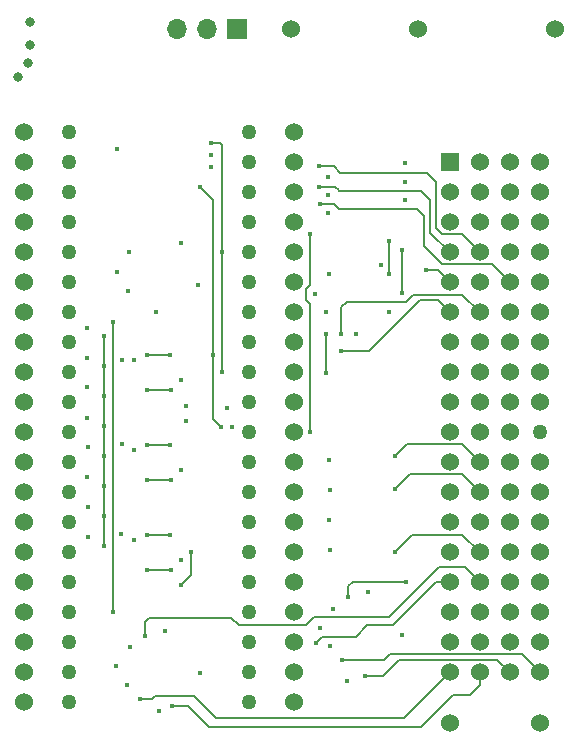
<source format=gbr>
%TF.GenerationSoftware,KiCad,Pcbnew,7.0.9*%
%TF.CreationDate,2024-10-20T15:28:43-06:00*%
%TF.ProjectId,Prototype2,50726f74-6f74-4797-9065-322e6b696361,rev?*%
%TF.SameCoordinates,Original*%
%TF.FileFunction,Copper,L4,Bot*%
%TF.FilePolarity,Positive*%
%FSLAX46Y46*%
G04 Gerber Fmt 4.6, Leading zero omitted, Abs format (unit mm)*
G04 Created by KiCad (PCBNEW 7.0.9) date 2024-10-20 15:28:43*
%MOMM*%
%LPD*%
G01*
G04 APERTURE LIST*
%TA.AperFunction,ComponentPad*%
%ADD10C,1.524000*%
%TD*%
%TA.AperFunction,ComponentPad*%
%ADD11R,1.700000X1.700000*%
%TD*%
%TA.AperFunction,ComponentPad*%
%ADD12O,1.700000X1.700000*%
%TD*%
%TA.AperFunction,ComponentPad*%
%ADD13R,1.524000X1.524000*%
%TD*%
%TA.AperFunction,ComponentPad*%
%ADD14C,1.270000*%
%TD*%
%TA.AperFunction,ViaPad*%
%ADD15C,0.400000*%
%TD*%
%TA.AperFunction,ViaPad*%
%ADD16C,0.800000*%
%TD*%
%TA.AperFunction,Conductor*%
%ADD17C,0.203200*%
%TD*%
G04 APERTURE END LIST*
D10*
%TO.P,TP28,1,1*%
%TO.N,~{CS0}*%
X180086000Y-93980000D03*
%TD*%
%TO.P,TP10,1,1*%
%TO.N,P5*%
X157226000Y-93980000D03*
%TD*%
%TO.P,TP19,1,1*%
%TO.N,~{K2}*%
X180086000Y-116840000D03*
%TD*%
%TO.P,TP42,1,1*%
%TO.N,GND*%
X200914000Y-118618000D03*
%TD*%
%TO.P,TP6,1,1*%
%TO.N,PHI2*%
X157226000Y-83820000D03*
%TD*%
%TO.P,TP40,1,1*%
%TO.N,GND*%
X202184000Y-59817000D03*
%TD*%
%TO.P,TP2,1,1*%
%TO.N,D4*%
X157226000Y-73660000D03*
%TD*%
%TO.P,TP34,1,1*%
%TO.N,A0*%
X180086000Y-78740000D03*
%TD*%
%TO.P,TP14,1,1*%
%TO.N,P1*%
X157226000Y-104140000D03*
%TD*%
%TO.P,TP31,1,1*%
%TO.N,A3*%
X180086000Y-86360000D03*
%TD*%
%TO.P,TP45,1,1*%
%TO.N,+3.3V*%
X193294000Y-118618000D03*
%TD*%
%TO.P,TP7,1,1*%
%TO.N,P6*%
X157226000Y-86360000D03*
%TD*%
%TO.P,TP26,1,1*%
%TO.N,SOD*%
X180086000Y-99060000D03*
%TD*%
%TO.P,TP41,1,1*%
%TO.N,GND*%
X157226000Y-68580000D03*
%TD*%
%TO.P,TP9,1,1*%
%TO.N,P4*%
X157226000Y-91440000D03*
%TD*%
%TO.P,TP16,1,1*%
%TO.N,~{K5}*%
X157226000Y-111760000D03*
%TD*%
D11*
%TO.P,J3,1,Pin_1*%
%TO.N,3V3_A*%
X175260000Y-59817000D03*
D12*
%TO.P,J3,2,Pin_2*%
%TO.N,+3.3V*%
X172720000Y-59817000D03*
%TO.P,J3,3,Pin_3*%
%TO.N,3V3_B*%
X170180000Y-59817000D03*
%TD*%
D10*
%TO.P,TP29,1,1*%
%TO.N,CS1*%
X180086000Y-91440000D03*
%TD*%
%TO.P,TP44,1,1*%
%TO.N,+3.3V*%
X179832000Y-59817000D03*
%TD*%
%TO.P,TP21,1,1*%
%TO.N,~{K0}*%
X180086000Y-111760000D03*
%TD*%
%TO.P,TP15,1,1*%
%TO.N,~{KR2}*%
X157226000Y-106680000D03*
%TD*%
%TO.P,TP24,1,1*%
%TO.N,BCLK*%
X180086000Y-104140000D03*
%TD*%
%TO.P,TP36,1,1*%
%TO.N,D0*%
X180086000Y-73660000D03*
%TD*%
%TO.P,TP8,1,1*%
%TO.N,P7*%
X157226000Y-88900000D03*
%TD*%
%TO.P,TP22,1,1*%
%TO.N,SID*%
X180086000Y-109220000D03*
%TD*%
%TO.P,TP13,1,1*%
%TO.N,P0*%
X157226000Y-101600000D03*
%TD*%
%TO.P,TP11,1,1*%
%TO.N,P2*%
X157226000Y-96520000D03*
%TD*%
%TO.P,TP35,1,1*%
%TO.N,AUDIO*%
X180086000Y-76200000D03*
%TD*%
%TO.P,TP18,1,1*%
%TO.N,~{K3}*%
X157226000Y-116840000D03*
%TD*%
%TO.P,TP17,1,1*%
%TO.N,~{K4}*%
X157226000Y-114300000D03*
%TD*%
%TO.P,TP38,1,1*%
%TO.N,D2*%
X180086000Y-68580000D03*
%TD*%
%TO.P,TP25,1,1*%
%TO.N,OCLK*%
X180086000Y-101600000D03*
%TD*%
%TO.P,TP32,1,1*%
%TO.N,A2*%
X180086000Y-83820000D03*
%TD*%
%TO.P,TP20,1,1*%
%TO.N,~{K1}*%
X180086000Y-114300000D03*
%TD*%
%TO.P,TP12,1,1*%
%TO.N,P3*%
X157226000Y-99060000D03*
%TD*%
%TO.P,TP37,1,1*%
%TO.N,D1*%
X180086000Y-71120000D03*
%TD*%
D13*
%TO.P,J1,1,5V1*%
%TO.N,+5V*%
X193294000Y-71120000D03*
D10*
%TO.P,J1,2,G1*%
%TO.N,GND*%
X195834000Y-71120000D03*
%TO.P,J1,3,3V1*%
%TO.N,3V3_A*%
X198374000Y-71120000D03*
%TO.P,J1,4,G2*%
%TO.N,GND*%
X200914000Y-71120000D03*
%TO.P,J1,5,A48*%
%TO.N,_D2*%
X193294000Y-73660000D03*
%TO.P,J1,6,A49*%
%TO.N,_D0*%
X195834000Y-73660000D03*
%TO.P,J1,7,A3*%
%TO.N,_D6*%
X198374000Y-73660000D03*
%TO.P,J1,8,A2*%
%TO.N,_D4*%
X200914000Y-73660000D03*
%TO.P,J1,9,A45*%
%TO.N,_D1*%
X193294000Y-76200000D03*
%TO.P,J1,10,A46*%
%TO.N,_D7*%
X195834000Y-76200000D03*
%TO.P,J1,11,A6*%
%TO.N,_D5*%
X198374000Y-76200000D03*
%TO.P,J1,12,A5*%
%TO.N,_D3*%
X200914000Y-76200000D03*
%TO.P,J1,13,A42*%
%TO.N,_AUDIO3*%
X193294000Y-78740000D03*
%TO.P,J1,14,A43*%
%TO.N,_AUDIO1*%
X195834000Y-78740000D03*
%TO.P,J1,15,A9*%
%TO.N,_AUDIO2*%
X198374000Y-78740000D03*
%TO.P,J1,16,A8*%
%TO.N,_AUDIO0*%
X200914000Y-78740000D03*
%TO.P,J1,17,A39*%
%TO.N,_A1*%
X193294000Y-81280000D03*
%TO.P,J1,18,A40*%
%TO.N,_A0*%
X195834000Y-81280000D03*
%TO.P,J1,19,A12*%
%TO.N,_AUDIO5*%
X198374000Y-81280000D03*
%TO.P,J1,20,A11*%
%TO.N,_AUDIO4*%
X200914000Y-81280000D03*
%TO.P,J1,21,A36*%
%TO.N,~{_EN}*%
X193294000Y-83820000D03*
%TO.P,J1,22,A37*%
%TO.N,_A2*%
X195834000Y-83820000D03*
%TO.P,J1,23,A15*%
%TO.N,_A3*%
X198374000Y-83820000D03*
%TO.P,J1,24,A14*%
%TO.N,_R{slash}W*%
X200914000Y-83820000D03*
%TO.P,J1,25,A33*%
%TO.N,unconnected-(J1-A33-Pad25)*%
X193294000Y-86360000D03*
%TO.P,J1,26,A34*%
%TO.N,unconnected-(J1-A34-Pad26)*%
X195834000Y-86360000D03*
%TO.P,J1,27,A18*%
%TO.N,unconnected-(J1-A18-Pad27)*%
X198374000Y-86360000D03*
%TO.P,J1,28,A17*%
%TO.N,unconnected-(J1-A17-Pad28)*%
X200914000Y-86360000D03*
%TO.P,J1,29,A30*%
%TO.N,_P4*%
X193294000Y-88900000D03*
%TO.P,J1,30,A31*%
%TO.N,_P6*%
X195834000Y-88900000D03*
%TO.P,J1,31,A21*%
%TO.N,_SID*%
X198374000Y-88900000D03*
%TO.P,J1,32,A20*%
%TO.N,_P7*%
X200914000Y-88900000D03*
%TO.P,J1,33,A27*%
%TO.N,unconnected-(J1-A27-Pad33)*%
X193294000Y-91440000D03*
%TO.P,J1,34,A28*%
%TO.N,unconnected-(J1-A28-Pad34)*%
X195834000Y-91440000D03*
%TO.P,J1,35,A24*%
%TO.N,unconnected-(J1-A24-Pad35)*%
X198374000Y-91440000D03*
%TO.P,J1,36,A23*%
%TO.N,unconnected-(J1-A23-Pad36)*%
X200914000Y-91440000D03*
%TO.P,J1,37,5V2*%
%TO.N,+5V*%
X193294000Y-93980000D03*
%TO.P,J1,38,G3*%
%TO.N,GND*%
X195834000Y-93980000D03*
%TO.P,J1,39,3V2*%
%TO.N,3V3_A*%
X198374000Y-93980000D03*
D14*
%TO.P,J1,40,G4*%
%TO.N,GND*%
X200914000Y-93980000D03*
D10*
%TO.P,J1,41,B48*%
%TO.N,_~{IRQ}*%
X193294000Y-96520000D03*
%TO.P,J1,42,B49*%
%TO.N,_P3*%
X195834000Y-96520000D03*
%TO.P,J1,43,B3*%
%TO.N,_P2*%
X198374000Y-96520000D03*
%TO.P,J1,44,B2*%
%TO.N,_PHI2*%
X200914000Y-96520000D03*
%TO.P,J1,45,B45*%
%TO.N,_OCLK*%
X193294000Y-99060000D03*
%TO.P,J1,46,B46*%
%TO.N,_SOD*%
X195834000Y-99060000D03*
%TO.P,J1,47,B6*%
%TO.N,_DUMP*%
X198374000Y-99060000D03*
%TO.P,J1,48,B5*%
%TO.N,_P5*%
X200914000Y-99060000D03*
%TO.P,J1,49,B42*%
%TO.N,unconnected-(J1-B42-Pad49)*%
X193294000Y-101600000D03*
%TO.P,J1,50,B43*%
%TO.N,unconnected-(J1-B43-Pad50)*%
X195834000Y-101600000D03*
%TO.P,J1,51,B9*%
%TO.N,unconnected-(J1-B9-Pad51)*%
X198374000Y-101600000D03*
%TO.P,J1,52,B8*%
%TO.N,unconnected-(J1-B8-Pad52)*%
X200914000Y-101600000D03*
%TO.P,J1,53,B39*%
%TO.N,_P0*%
X193294000Y-104140000D03*
%TO.P,J1,54,B40*%
%TO.N,_BCLKO*%
X195834000Y-104140000D03*
%TO.P,J1,55,B12*%
%TO.N,_BCLKI*%
X198374000Y-104140000D03*
%TO.P,J1,56,B11*%
%TO.N,_P1*%
X200914000Y-104140000D03*
%TO.P,J1,57,B36*%
%TO.N,_~{KR2}*%
X193294000Y-106680000D03*
%TO.P,J1,58,B37*%
%TO.N,_~{K5}*%
X195834000Y-106680000D03*
%TO.P,J1,59,B15*%
%TO.N,_~{KR1}*%
X198374000Y-106680000D03*
%TO.P,J1,60,B14*%
%TO.N,_~{K0}*%
X200914000Y-106680000D03*
%TO.P,J1,61,B33*%
%TO.N,unconnected-(J1-B33-Pad61)*%
X193294000Y-109220000D03*
%TO.P,J1,62,B34*%
%TO.N,unconnected-(J1-B34-Pad62)*%
X195834000Y-109220000D03*
%TO.P,J1,63,B18*%
%TO.N,unconnected-(J1-B18-Pad63)*%
X198374000Y-109220000D03*
%TO.P,J1,64,B17*%
%TO.N,unconnected-(J1-B17-Pad64)*%
X200914000Y-109220000D03*
%TO.P,J1,65,B30*%
%TO.N,unconnected-(J1-B30-Pad65)*%
X193294000Y-111760000D03*
%TO.P,J1,66,B31*%
%TO.N,unconnected-(J1-B31-Pad66)*%
X195834000Y-111760000D03*
%TO.P,J1,67,B21*%
%TO.N,unconnected-(J1-B21-Pad67)*%
X198374000Y-111760000D03*
%TO.P,J1,68,B20*%
%TO.N,unconnected-(J1-B20-Pad68)*%
X200914000Y-111760000D03*
%TO.P,J1,69,B27*%
%TO.N,_~{K4}*%
X193294000Y-114300000D03*
%TO.P,J1,70,B28*%
%TO.N,_~{K3}*%
X195834000Y-114300000D03*
%TO.P,J1,71,B24*%
%TO.N,_~{K2}*%
X198374000Y-114300000D03*
%TO.P,J1,72,B23*%
%TO.N,_~{K1}*%
X200914000Y-114300000D03*
%TD*%
%TO.P,TP1,1,1*%
%TO.N,D3*%
X157226000Y-71120000D03*
%TD*%
%TO.P,TP33,1,1*%
%TO.N,A1*%
X180086000Y-81280000D03*
%TD*%
%TO.P,TP4,1,1*%
%TO.N,D6*%
X157226000Y-78740000D03*
%TD*%
%TO.P,TP3,1,1*%
%TO.N,D5*%
X157226000Y-76200000D03*
%TD*%
%TO.P,TP5,1,1*%
%TO.N,D7*%
X157226000Y-81280000D03*
%TD*%
%TO.P,TP30,1,1*%
%TO.N,R{slash}W*%
X180086000Y-88900000D03*
%TD*%
%TO.P,TP27,1,1*%
%TO.N,~{IRQ}*%
X180086000Y-96520000D03*
%TD*%
%TO.P,TP39,1,1*%
%TO.N,GND*%
X190627000Y-59817000D03*
%TD*%
%TO.P,TP23,1,1*%
%TO.N,~{KR1}*%
X180086000Y-106680000D03*
%TD*%
D14*
%TO.P,J2,1,GND*%
%TO.N,GND*%
X161065900Y-68572500D03*
%TO.P,J2,2,D3*%
%TO.N,D3*%
X161065900Y-71112500D03*
%TO.P,J2,3,D4*%
%TO.N,D4*%
X161065900Y-73652500D03*
%TO.P,J2,4,D5*%
%TO.N,D5*%
X161065900Y-76192500D03*
%TO.P,J2,5,D6*%
%TO.N,D6*%
X161065900Y-78732500D03*
%TO.P,J2,6,D7*%
%TO.N,D7*%
X161065900Y-81272500D03*
%TO.P,J2,7,PHI2*%
%TO.N,PHI2*%
X161065900Y-83812500D03*
%TO.P,J2,8,P6*%
%TO.N,P6*%
X161065900Y-86352500D03*
%TO.P,J2,9,P7*%
%TO.N,P7*%
X161065900Y-88892500D03*
%TO.P,J2,10,P4*%
%TO.N,P4*%
X161065900Y-91432500D03*
%TO.P,J2,11,P5*%
%TO.N,P5*%
X161065900Y-93972500D03*
%TO.P,J2,12,P2*%
%TO.N,P2*%
X161065900Y-96512500D03*
%TO.P,J2,13,P3*%
%TO.N,P3*%
X161065900Y-99052500D03*
%TO.P,J2,14,P0*%
%TO.N,P0*%
X161065900Y-101592500D03*
%TO.P,J2,15,P1*%
%TO.N,P1*%
X161065900Y-104132500D03*
%TO.P,J2,16,~{KR2}*%
%TO.N,~{KR2}*%
X161065900Y-106672500D03*
%TO.P,J2,17,+5V*%
%TO.N,+5V*%
X161065900Y-109212500D03*
%TO.P,J2,18,~{K5}*%
%TO.N,~{K5}*%
X161065900Y-111752500D03*
%TO.P,J2,19,~{K4}*%
%TO.N,~{K4}*%
X161065900Y-114292500D03*
%TO.P,J2,20,~{K3}*%
%TO.N,~{K3}*%
X161065900Y-116832500D03*
%TO.P,J2,21,~{K2}*%
%TO.N,~{K2}*%
X176305900Y-116832500D03*
%TO.P,J2,22,~{K1}*%
%TO.N,~{K1}*%
X176305900Y-114292500D03*
%TO.P,J2,23,~{K0}*%
%TO.N,~{K0}*%
X176305900Y-111752500D03*
%TO.P,J2,24,SID*%
%TO.N,SID*%
X176305900Y-109212500D03*
%TO.P,J2,25,~{KR1}*%
%TO.N,~{KR1}*%
X176305900Y-106672500D03*
%TO.P,J2,26,BCLK*%
%TO.N,BCLK*%
X176305900Y-104132500D03*
%TO.P,J2,27,OCLK*%
%TO.N,OCLK*%
X176305900Y-101592500D03*
%TO.P,J2,28,SOD*%
%TO.N,SOD*%
X176305900Y-99052500D03*
%TO.P,J2,29,~{IRQ}*%
%TO.N,~{IRQ}*%
X176305900Y-96512500D03*
%TO.P,J2,30,~{CS0}*%
%TO.N,~{CS0}*%
X176305900Y-93972500D03*
%TO.P,J2,31,CS1*%
%TO.N,CS1*%
X176305900Y-91432500D03*
%TO.P,J2,32,R/W*%
%TO.N,R{slash}W*%
X176305900Y-88892500D03*
%TO.P,J2,33,A3*%
%TO.N,A3*%
X176305900Y-86352500D03*
%TO.P,J2,34,A2*%
%TO.N,A2*%
X176305900Y-83812500D03*
%TO.P,J2,35,A1*%
%TO.N,A1*%
X176305900Y-81272500D03*
%TO.P,J2,36,A0*%
%TO.N,A0*%
X176305900Y-78732500D03*
%TO.P,J2,37,AUDIO*%
%TO.N,AUDIO*%
X176305900Y-76192500D03*
%TO.P,J2,38,D0*%
%TO.N,D0*%
X176305900Y-73652500D03*
%TO.P,J2,39,D1*%
%TO.N,D1*%
X176305900Y-71112500D03*
%TO.P,J2,40,D2*%
%TO.N,D2*%
X176305900Y-68572500D03*
%TD*%
D10*
%TO.P,TP43,1,1*%
%TO.N,+5V*%
X157226000Y-109220000D03*
%TD*%
D15*
%TO.N,~{_EN}*%
X173888400Y-93522800D03*
%TO.N,+3.3V*%
X174396400Y-91948000D03*
%TO.N,GND*%
X170992800Y-93065600D03*
%TO.N,+3.3V*%
X170992800Y-91744800D03*
%TO.N,GND*%
X174853600Y-93522800D03*
D16*
%TO.N,3V3_B*%
X157734000Y-61214000D03*
D15*
%TO.N,GND*%
X188163200Y-83820000D03*
X183083200Y-80619600D03*
X162610800Y-97790000D03*
X172110400Y-114401600D03*
X183134000Y-98856800D03*
X182829200Y-83820000D03*
X168706800Y-117602000D03*
X170535600Y-89560400D03*
X162610800Y-92811600D03*
X186385200Y-107543600D03*
X165963600Y-115366800D03*
X173075600Y-71526400D03*
X162661600Y-102870000D03*
X169214800Y-110794800D03*
X162610800Y-85191600D03*
X189484000Y-74320400D03*
X189509400Y-71221600D03*
X189280800Y-111150400D03*
D16*
X157734000Y-59283600D03*
D15*
X184607200Y-115011200D03*
X171958000Y-81483200D03*
X182981600Y-72390000D03*
X183184800Y-112115600D03*
X170535600Y-97180400D03*
X168402000Y-83769200D03*
X165100000Y-70002400D03*
X189534800Y-72796400D03*
X183388000Y-108915200D03*
X170535600Y-104800400D03*
X162610800Y-87680800D03*
X165455600Y-102565200D03*
X166217600Y-112166400D03*
X162661600Y-100330000D03*
X182981600Y-73914000D03*
X166166800Y-78740000D03*
X182981600Y-75438000D03*
X187452000Y-79806800D03*
X162610800Y-90170000D03*
X185318400Y-85648800D03*
X183083200Y-101447600D03*
X166014400Y-81991200D03*
X162661600Y-95250000D03*
X170535600Y-77978000D03*
X165557200Y-87833200D03*
X183184800Y-103936800D03*
X183083200Y-96316800D03*
X165506400Y-94996000D03*
D16*
X157581600Y-62687200D03*
%TO.N,+5V*%
X156768800Y-63906400D03*
D15*
%TO.N,SID*%
X164744400Y-84632800D03*
X164744400Y-109220000D03*
%TO.N,BCLK*%
X170535600Y-106934000D03*
X171399200Y-104140000D03*
%TO.N,R{slash}W*%
X174040800Y-78740000D03*
X174040800Y-88900000D03*
X173075600Y-69494400D03*
%TO.N,A0*%
X188163200Y-80619600D03*
X188163200Y-77825600D03*
%TO.N,+3.3V*%
X166573200Y-87833200D03*
X165100000Y-80416400D03*
X173075600Y-70510400D03*
X166522400Y-95453200D03*
X182270400Y-110540800D03*
X166522400Y-103073200D03*
X181914800Y-82245200D03*
X165049200Y-113792000D03*
%TO.N,_P3*%
X188671200Y-95961200D03*
%TO.N,_P5*%
X167690800Y-98044000D03*
X169672000Y-98044000D03*
%TO.N,_P7*%
X169621200Y-87426800D03*
X167690800Y-87426800D03*
%TO.N,_P6*%
X169672000Y-90424000D03*
X167690800Y-90424000D03*
%TO.N,_P1*%
X169621200Y-102666800D03*
X167690800Y-102666800D03*
%TO.N,_P0*%
X167690800Y-105664000D03*
X169672000Y-105664000D03*
%TO.N,_P2*%
X167690800Y-95046800D03*
X169621200Y-95046800D03*
%TO.N,_AUDIO1*%
X182219600Y-71475600D03*
%TO.N,_AUDIO3*%
X182219600Y-73202800D03*
%TO.N,_AUDIO5*%
X182270400Y-74676000D03*
%TO.N,_A2*%
X184099200Y-85648800D03*
%TO.N,_A1*%
X191262000Y-80264000D03*
%TO.N,_DUMP*%
X163982400Y-101041200D03*
X163982400Y-93421200D03*
X163982400Y-88341200D03*
X163982400Y-90881200D03*
X163982400Y-98501200D03*
X163982400Y-95961200D03*
X163982400Y-103581200D03*
X163982400Y-85801200D03*
%TO.N,_R{slash}W*%
X189280800Y-78536800D03*
X189280800Y-82194400D03*
%TO.N,_~{KR2}*%
X181965600Y-111810800D03*
%TO.N,_~{K5}*%
X167487600Y-111252000D03*
%TO.N,~{_EN}*%
X172110400Y-73202800D03*
X173228000Y-87426800D03*
X184099200Y-87071200D03*
%TO.N,_~{K4}*%
X167081200Y-116586000D03*
%TO.N,_~{K3}*%
X169773600Y-117195600D03*
%TO.N,_SOD*%
X188671200Y-98755200D03*
%TO.N,_PHI2*%
X181457600Y-93980000D03*
X181457600Y-77165200D03*
%TO.N,_SID*%
X182829200Y-88950800D03*
X182829200Y-85648800D03*
%TO.N,_~{K0}*%
X184708800Y-107950000D03*
X189585600Y-106680000D03*
%TO.N,_~{K1}*%
X184200800Y-113284000D03*
%TO.N,_~{K2}*%
X186131200Y-114604800D03*
%TO.N,_BCLKO*%
X188671200Y-104089200D03*
%TD*%
D17*
%TO.N,~{_EN}*%
X173228000Y-92862400D02*
X173888400Y-93522800D01*
X173228000Y-90119200D02*
X173228000Y-92862400D01*
%TO.N,_P2*%
X169621200Y-95046800D02*
X167690800Y-95046800D01*
%TO.N,~{_EN}*%
X173228000Y-74320400D02*
X172110400Y-73202800D01*
X173228000Y-87426800D02*
X173228000Y-90119200D01*
X173228000Y-87426800D02*
X173228000Y-74320400D01*
%TO.N,SID*%
X164744400Y-88392000D02*
X164744400Y-109220000D01*
X164744400Y-84632800D02*
X164744400Y-88392000D01*
%TO.N,BCLK*%
X171399200Y-106070400D02*
X170535600Y-106934000D01*
X171399200Y-104140000D02*
X171399200Y-106070400D01*
%TO.N,R{slash}W*%
X173837600Y-69494400D02*
X173075600Y-69494400D01*
X174040800Y-69697600D02*
X173837600Y-69494400D01*
X174040800Y-78740000D02*
X174040800Y-88892500D01*
X174040800Y-78740000D02*
X174040800Y-69697600D01*
%TO.N,A0*%
X188163200Y-77825600D02*
X188163200Y-80619600D01*
%TO.N,_P3*%
X189636400Y-94996000D02*
X188671200Y-95961200D01*
X194310000Y-94996000D02*
X189636400Y-94996000D01*
X195834000Y-96520000D02*
X194310000Y-94996000D01*
%TO.N,_P5*%
X169672000Y-98044000D02*
X167690800Y-98044000D01*
%TO.N,_P7*%
X169621200Y-87426800D02*
X167690800Y-87426800D01*
%TO.N,_P6*%
X169672000Y-90424000D02*
X167690800Y-90424000D01*
%TO.N,_P1*%
X169621200Y-102666800D02*
X167690800Y-102666800D01*
%TO.N,_P0*%
X169672000Y-105664000D02*
X167690800Y-105664000D01*
%TO.N,_AUDIO1*%
X192151000Y-72771000D02*
X191389000Y-72009000D01*
X183489600Y-71475600D02*
X182219600Y-71475600D01*
X191389000Y-72009000D02*
X184023000Y-72009000D01*
X194310000Y-77216000D02*
X192659000Y-77216000D01*
X192659000Y-77216000D02*
X192151000Y-76708000D01*
X195834000Y-78740000D02*
X194310000Y-77216000D01*
X184023000Y-72009000D02*
X183489600Y-71475600D01*
X192151000Y-76708000D02*
X192151000Y-72771000D01*
%TO.N,_AUDIO3*%
X183896000Y-73507600D02*
X183591200Y-73202800D01*
X191643000Y-74295000D02*
X190881000Y-73533000D01*
X183896000Y-73533000D02*
X183896000Y-73507600D01*
X190881000Y-73533000D02*
X183896000Y-73533000D01*
X191643000Y-77089000D02*
X191643000Y-74295000D01*
X193294000Y-78740000D02*
X191643000Y-77089000D01*
X183591200Y-73202800D02*
X182219600Y-73202800D01*
%TO.N,_AUDIO5*%
X183515000Y-74676000D02*
X183896000Y-75057000D01*
X182270400Y-74676000D02*
X183515000Y-74676000D01*
X190500000Y-75057000D02*
X183896000Y-75057000D01*
X182245000Y-74676000D02*
X182270400Y-74676000D01*
X192659000Y-79756000D02*
X196850000Y-79756000D01*
X191135000Y-75692000D02*
X191135000Y-78232000D01*
X196850000Y-79756000D02*
X198374000Y-81280000D01*
X190500000Y-75057000D02*
X191135000Y-75692000D01*
X191135000Y-78232000D02*
X192659000Y-79756000D01*
%TO.N,_A2*%
X184099200Y-83413600D02*
X184099200Y-85648800D01*
X190195200Y-82346800D02*
X189585600Y-82956400D01*
X195834000Y-83820000D02*
X194360800Y-82346800D01*
X194360800Y-82346800D02*
X190195200Y-82346800D01*
X189585600Y-82956400D02*
X184556400Y-82956400D01*
X184556400Y-82956400D02*
X184099200Y-83413600D01*
%TO.N,_A1*%
X192278000Y-80264000D02*
X191262000Y-80264000D01*
X193294000Y-81280000D02*
X192278000Y-80264000D01*
%TO.N,_DUMP*%
X163982400Y-98501200D02*
X163982400Y-95961200D01*
X163982400Y-88341200D02*
X163982400Y-85801200D01*
X163982400Y-101041200D02*
X163982400Y-98501200D01*
X163982400Y-90881200D02*
X163982400Y-88341200D01*
X163982400Y-103581200D02*
X163982400Y-101041200D01*
X163982400Y-95961200D02*
X163982400Y-93421200D01*
X163982400Y-93421200D02*
X163982400Y-90881200D01*
%TO.N,_R{slash}W*%
X189280800Y-78536800D02*
X189280800Y-82245200D01*
%TO.N,_~{KR2}*%
X185318400Y-111302800D02*
X186283600Y-110337600D01*
X192125600Y-106680000D02*
X193294000Y-106680000D01*
X186283600Y-110337600D02*
X188468000Y-110337600D01*
X188468000Y-110337600D02*
X192125600Y-106680000D01*
X181965600Y-111810800D02*
X182473600Y-111302800D01*
X182473600Y-111302800D02*
X185318400Y-111302800D01*
%TO.N,_~{K5}*%
X194564000Y-105410000D02*
X195834000Y-106680000D01*
X175412400Y-110337600D02*
X181102000Y-110337600D01*
X167843200Y-109677200D02*
X174752000Y-109677200D01*
X188163200Y-109626400D02*
X192379600Y-105410000D01*
X167487600Y-110032800D02*
X167843200Y-109677200D01*
X192379600Y-105410000D02*
X194564000Y-105410000D01*
X181813200Y-109626400D02*
X188163200Y-109626400D01*
X167487600Y-111252000D02*
X167487600Y-110032800D01*
X174752000Y-109677200D02*
X175412400Y-110337600D01*
X181102000Y-110337600D02*
X181813200Y-109626400D01*
%TO.N,~{_EN}*%
X193294000Y-83820000D02*
X192278000Y-82804000D01*
X186486800Y-87071200D02*
X184099200Y-87071200D01*
X190754000Y-82804000D02*
X186486800Y-87071200D01*
X192278000Y-82804000D02*
X190754000Y-82804000D01*
%TO.N,_~{K4}*%
X167081200Y-116586000D02*
X168046400Y-116586000D01*
X173532800Y-118211600D02*
X189382400Y-118211600D01*
X189382400Y-118211600D02*
X193294000Y-114300000D01*
X171602400Y-116281200D02*
X173532800Y-118211600D01*
X168351200Y-116281200D02*
X171602400Y-116281200D01*
X168046400Y-116586000D02*
X168351200Y-116281200D01*
%TO.N,_~{K3}*%
X171145200Y-117195600D02*
X172872400Y-118922800D01*
X190855600Y-118922800D02*
X193548000Y-116230400D01*
X172872400Y-118922800D02*
X190855600Y-118922800D01*
X195834000Y-115366800D02*
X195834000Y-114300000D01*
X193548000Y-116230400D02*
X194970400Y-116230400D01*
X169773600Y-117195600D02*
X171145200Y-117195600D01*
X194970400Y-116230400D02*
X195834000Y-115366800D01*
%TO.N,_SOD*%
X189890400Y-97536000D02*
X188671200Y-98755200D01*
X195834000Y-99060000D02*
X194310000Y-97536000D01*
X194310000Y-97536000D02*
X189890400Y-97536000D01*
%TO.N,_PHI2*%
X181152800Y-82804000D02*
X181457600Y-83108800D01*
X181457600Y-81534000D02*
X181152800Y-81838800D01*
X181152800Y-81838800D02*
X181152800Y-82804000D01*
X181457600Y-77165200D02*
X181457600Y-81534000D01*
X181457600Y-83108800D02*
X181457600Y-93980000D01*
%TO.N,_SID*%
X182829200Y-85648800D02*
X182829200Y-88950800D01*
X182829200Y-88950800D02*
X182829200Y-88900000D01*
%TO.N,_~{K0}*%
X184708800Y-107950000D02*
X184708800Y-107035600D01*
X185064400Y-106680000D02*
X189585600Y-106680000D01*
X184708800Y-107035600D02*
X185064400Y-106680000D01*
%TO.N,_~{K1}*%
X199390000Y-112776000D02*
X200914000Y-114300000D01*
X187706000Y-113284000D02*
X188214000Y-112776000D01*
X184200800Y-113284000D02*
X187706000Y-113284000D01*
X188214000Y-112776000D02*
X199390000Y-112776000D01*
%TO.N,_~{K2}*%
X188976000Y-113233200D02*
X197307200Y-113233200D01*
X186131200Y-114604800D02*
X187604400Y-114604800D01*
X187604400Y-114604800D02*
X188976000Y-113233200D01*
X197307200Y-113233200D02*
X198374000Y-114300000D01*
%TO.N,_BCLKO*%
X194360800Y-102666800D02*
X195834000Y-104140000D01*
X190093600Y-102666800D02*
X194360800Y-102666800D01*
X188671200Y-104089200D02*
X190093600Y-102666800D01*
%TD*%
M02*

</source>
